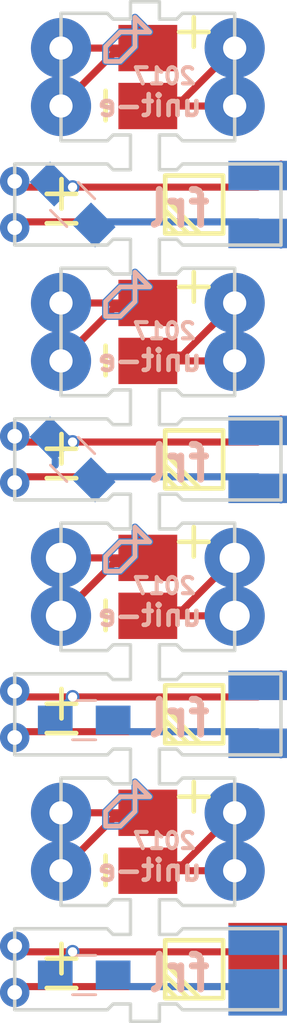
<source format=kicad_pcb>
(kicad_pcb (version 4) (host pcbnew 4.0.6-e0-6349~53~ubuntu16.04.1)

  (general
    (links 0)
    (no_connects 0)
    (area 17.177513 23.2118 50.512487 73.0032)
    (thickness 1.6)
    (drawings 266)
    (tracks 131)
    (zones 0)
    (modules 52)
    (nets 1)
  )

  (page User 140.005 119.99)
  (layers
    (0 F.Cu signal)
    (31 B.Cu signal)
    (32 B.Adhes user)
    (33 F.Adhes user)
    (34 B.Paste user)
    (35 F.Paste user)
    (36 B.SilkS user)
    (37 F.SilkS user)
    (38 B.Mask user)
    (39 F.Mask user)
    (40 Dwgs.User user)
    (41 Cmts.User user)
    (42 Eco1.User user)
    (43 Eco2.User user)
    (44 Edge.Cuts user)
    (45 Margin user)
    (46 B.CrtYd user)
    (47 F.CrtYd user)
    (48 B.Fab user)
    (49 F.Fab user)
  )

  (setup
    (last_trace_width 0.3048)
    (trace_clearance 0.2032)
    (zone_clearance 0.508)
    (zone_45_only no)
    (trace_min 0.2)
    (segment_width 0.2)
    (edge_width 0.15)
    (via_size 0.6)
    (via_drill 0.4)
    (via_min_size 0.4)
    (via_min_drill 0.3)
    (uvia_size 0.3)
    (uvia_drill 0.1)
    (uvias_allowed no)
    (uvia_min_size 0)
    (uvia_min_drill 0)
    (pcb_text_width 0.3)
    (pcb_text_size 1.5 1.5)
    (mod_edge_width 0.15)
    (mod_text_size 1 1)
    (mod_text_width 0.15)
    (pad_size 2.6 2.6)
    (pad_drill 1.3076)
    (pad_to_mask_clearance 0.2)
    (aux_axis_origin 0 0)
    (visible_elements FFFFFF7F)
    (pcbplotparams
      (layerselection 0x010f0_80000001)
      (usegerberextensions true)
      (excludeedgelayer true)
      (linewidth 0.100000)
      (plotframeref false)
      (viasonmask false)
      (mode 1)
      (useauxorigin false)
      (hpglpennumber 1)
      (hpglpenspeed 20)
      (hpglpendiameter 15)
      (hpglpenoverlay 2)
      (psnegative false)
      (psa4output false)
      (plotreference true)
      (plotvalue true)
      (plotinvisibletext false)
      (padsonsilk false)
      (subtractmaskfromsilk false)
      (outputformat 1)
      (mirror false)
      (drillshape 0)
      (scaleselection 1)
      (outputdirectory frl))
  )

  (net 0 "")

  (net_class Default "This is the default net class."
    (clearance 0.2032)
    (trace_width 0.3048)
    (via_dia 0.6)
    (via_drill 0.4)
    (uvia_dia 0.3)
    (uvia_drill 0.1)
  )

  (module Capacitors_SMD:C_0805_HandSoldering (layer B.Cu) (tedit 5966F285) (tstamp 59975C08)
    (at 34 57)
    (descr "Capacitor SMD 0805, hand soldering")
    (tags "capacitor 0805")
    (attr smd)
    (fp_text reference REF** (at 0 1.75) (layer B.SilkS) hide
      (effects (font (size 1 1) (thickness 0.15)) (justify mirror))
    )
    (fp_text value C_0805_HandSoldering (at 0 -1.75) (layer B.Fab) hide
      (effects (font (size 1 1) (thickness 0.15)) (justify mirror))
    )
    (fp_text user %R (at 0 1.75) (layer B.Fab) hide
      (effects (font (size 1 1) (thickness 0.15)) (justify mirror))
    )
    (fp_line (start -1 -0.62) (end -1 0.62) (layer B.Fab) (width 0.1))
    (fp_line (start 1 -0.62) (end -1 -0.62) (layer B.Fab) (width 0.1))
    (fp_line (start 1 0.62) (end 1 -0.62) (layer B.Fab) (width 0.1))
    (fp_line (start -1 0.62) (end 1 0.62) (layer B.Fab) (width 0.1))
    (fp_line (start 0.5 0.85) (end -0.5 0.85) (layer B.SilkS) (width 0.12))
    (fp_line (start -0.5 -0.85) (end 0.5 -0.85) (layer B.SilkS) (width 0.12))
    (fp_line (start -2.25 0.88) (end 2.25 0.88) (layer B.CrtYd) (width 0.05))
    (fp_line (start -2.25 0.88) (end -2.25 -0.87) (layer B.CrtYd) (width 0.05))
    (fp_line (start 2.25 -0.87) (end 2.25 0.88) (layer B.CrtYd) (width 0.05))
    (fp_line (start 2.25 -0.87) (end -2.25 -0.87) (layer B.CrtYd) (width 0.05))
    (pad 1 smd rect (at -1.25 0) (size 1.5 1.25) (layers B.Cu B.Paste B.Mask))
    (pad 2 smd rect (at 1.25 0) (size 1.5 1.25) (layers B.Cu B.Paste B.Mask))
    (model Capacitors_SMD.3dshapes/C_0805.wrl
      (at (xyz 0 0 0))
      (scale (xyz 1 1 1))
      (rotate (xyz 0 0 0))
    )
  )

  (module kicad:SMTPIN.1 (layer B.Cu) (tedit 5966F2C1) (tstamp 59975C04)
    (at 41.5 55.5)
    (fp_text reference P? (at 0 -2.032) (layer B.SilkS) hide
      (effects (font (size 1 1) (thickness 0.15)) (justify mirror))
    )
    (fp_text value SMTPIN.1 (at 0 1.778) (layer B.SilkS) hide
      (effects (font (size 1 1) (thickness 0.15)) (justify mirror))
    )
    (pad 1 smd rect (at 0 0) (size 2.54 1.27) (layers B.Cu B.Paste B.Mask))
  )

  (module kicad:SMTPIN.1 (layer B.Cu) (tedit 5966F2D4) (tstamp 59975C00)
    (at 41.5 58)
    (fp_text reference P? (at 0 -2.032) (layer B.SilkS) hide
      (effects (font (size 1 1) (thickness 0.15)) (justify mirror))
    )
    (fp_text value SMTPIN.1 (at 0 1.778) (layer B.SilkS) hide
      (effects (font (size 1 1) (thickness 0.15)) (justify mirror))
    )
    (pad 1 smd rect (at 0 0) (size 2.54 1.27) (layers B.Cu B.Paste B.Mask))
  )

  (module kicad:SMTPIN.1 (layer F.Cu) (tedit 5966F2CE) (tstamp 59975BFC)
    (at 41.5 58)
    (fp_text reference P? (at 0 2.032) (layer F.SilkS) hide
      (effects (font (size 1 1) (thickness 0.15)))
    )
    (fp_text value SMTPIN.1 (at 0 -1.778) (layer F.SilkS) hide
      (effects (font (size 1 1) (thickness 0.15)))
    )
    (pad 1 smd rect (at 0 0) (size 2.54 1.27) (layers F.Cu F.Paste F.Mask))
  )

  (module kicad:SMTPIN.1 (layer F.Cu) (tedit 5966F2B1) (tstamp 59975BF8)
    (at 41.5 55.5)
    (fp_text reference P? (at 0 2.032) (layer F.SilkS) hide
      (effects (font (size 1 1) (thickness 0.15)))
    )
    (fp_text value SMTPIN.1 (at 0 -1.778) (layer F.SilkS) hide
      (effects (font (size 1 1) (thickness 0.15)))
    )
    (pad 1 smd rect (at 0 0) (size 2.54 1.27) (layers F.Cu F.Paste F.Mask))
  )

  (module Wire_Pads:SolderWirePad_single_1mmDrill (layer F.Cu) (tedit 5966F898) (tstamp 59975BF4)
    (at 40.5 50)
    (fp_text reference REF** (at 0 -3.81) (layer F.SilkS) hide
      (effects (font (size 1 1) (thickness 0.15)))
    )
    (fp_text value SolderWirePad_single_1mmDrill (at -1.905 3.175) (layer F.Fab) hide
      (effects (font (size 1 1) (thickness 0.15)))
    )
    (pad 1 thru_hole circle (at 0 0) (size 2.6 2.6) (drill 1.30076) (layers *.Cu *.Mask))
  )

  (module Wire_Pads:SolderWirePad_single_1mmDrill (layer F.Cu) (tedit 5966F89B) (tstamp 59975BF0)
    (at 40.5 52.5)
    (fp_text reference REF** (at 0 -3.81) (layer F.SilkS) hide
      (effects (font (size 1 1) (thickness 0.15)))
    )
    (fp_text value SolderWirePad_single_1mmDrill (at -1.905 3.175) (layer F.Fab) hide
      (effects (font (size 1 1) (thickness 0.15)))
    )
    (pad 1 thru_hole circle (at 0 0) (size 2.6 2.6) (drill 1.30076) (layers *.Cu *.Mask))
  )

  (module Wire_Pads:SolderWirePad_single_1mmDrill (layer F.Cu) (tedit 5966F8A3) (tstamp 59975BEC)
    (at 33 52.5)
    (fp_text reference REF** (at 0 -3.81) (layer F.SilkS) hide
      (effects (font (size 1 1) (thickness 0.15)))
    )
    (fp_text value SolderWirePad_single_1mmDrill (at -1.905 3.175) (layer F.Fab) hide
      (effects (font (size 1 1) (thickness 0.15)))
    )
    (pad 1 thru_hole circle (at 0 0) (size 2.6 2.6) (drill 1.3076) (layers *.Cu *.Mask))
  )

  (module Wire_Pads:SolderWirePad_single_1mmDrill (layer F.Cu) (tedit 5966F89F) (tstamp 59975BE8)
    (at 33 50)
    (fp_text reference REF** (at 0 -3.81) (layer F.SilkS) hide
      (effects (font (size 1 1) (thickness 0.15)))
    )
    (fp_text value SolderWirePad_single_1mmDrill (at -1.905 3.175) (layer F.Fab) hide
      (effects (font (size 1 1) (thickness 0.15)))
    )
    (pad 1 thru_hole circle (at 0 0) (size 2.6 2.6) (drill 1.3076) (layers *.Cu *.Mask))
  )

  (module Wire_Pads:SolderWirePad_single_1mmDrill (layer F.Cu) (tedit 5966F26D) (tstamp 59975BE4)
    (at 31 55.75)
    (fp_text reference REF** (at 0 -3.81) (layer F.SilkS) hide
      (effects (font (size 1 1) (thickness 0.15)))
    )
    (fp_text value SolderWirePad_single_1mmDrill (at -1.905 3.175) (layer F.Fab) hide
      (effects (font (size 1 1) (thickness 0.15)))
    )
    (pad 1 thru_hole circle (at 0 0) (size 1.27 1.27) (drill 0.635) (layers *.Cu *.Mask))
  )

  (module Wire_Pads:SolderWirePad_single_1mmDrill (layer F.Cu) (tedit 5966F273) (tstamp 59975BE0)
    (at 31 57.75)
    (fp_text reference REF** (at 0 -3.81) (layer F.SilkS) hide
      (effects (font (size 1 1) (thickness 0.15)))
    )
    (fp_text value SolderWirePad_single_1mmDrill (at -1.905 3.175) (layer F.Fab) hide
      (effects (font (size 1 1) (thickness 0.15)))
    )
    (pad 1 thru_hole circle (at 0 0) (size 1.27 1.27) (drill 0.635) (layers *.Cu *.Mask))
  )

  (module kicad:SMTPIN.1 (layer F.Cu) (tedit 5966F465) (tstamp 59975BDC)
    (at 36.75 50)
    (fp_text reference P? (at 0 2.032) (layer F.SilkS) hide
      (effects (font (size 1 1) (thickness 0.15)))
    )
    (fp_text value SMTPIN.1 (at 0 -1.778) (layer F.SilkS) hide
      (effects (font (size 1 1) (thickness 0.15)))
    )
    (pad 1 smd rect (at 0 0) (size 2.54 2) (layers F.Cu F.Paste F.Mask))
  )

  (module kicad:SMTPIN.1 (layer F.Cu) (tedit 5966F468) (tstamp 59975BD8)
    (at 36.75 52.5)
    (fp_text reference P? (at 0 2.032) (layer F.SilkS) hide
      (effects (font (size 1 1) (thickness 0.15)))
    )
    (fp_text value SMTPIN.1 (at 0 -1.778) (layer F.SilkS) hide
      (effects (font (size 1 1) (thickness 0.15)))
    )
    (pad 1 smd rect (at 0 0) (size 2.54 2) (layers F.Cu F.Paste F.Mask))
  )

  (module kicad:SMTPIN.1 (layer F.Cu) (tedit 5966F468) (tstamp 59975BD4)
    (at 36.75 63.5)
    (fp_text reference P? (at 0 2.032) (layer F.SilkS) hide
      (effects (font (size 1 1) (thickness 0.15)))
    )
    (fp_text value SMTPIN.1 (at 0 -1.778) (layer F.SilkS) hide
      (effects (font (size 1 1) (thickness 0.15)))
    )
    (pad 1 smd rect (at 0 0) (size 2.54 2) (layers F.Cu F.Paste F.Mask))
  )

  (module kicad:SMTPIN.1 (layer F.Cu) (tedit 5966F465) (tstamp 59975BD0)
    (at 36.75 61)
    (fp_text reference P? (at 0 2.032) (layer F.SilkS) hide
      (effects (font (size 1 1) (thickness 0.15)))
    )
    (fp_text value SMTPIN.1 (at 0 -1.778) (layer F.SilkS) hide
      (effects (font (size 1 1) (thickness 0.15)))
    )
    (pad 1 smd rect (at 0 0) (size 2.54 2) (layers F.Cu F.Paste F.Mask))
  )

  (module Wire_Pads:SolderWirePad_single_1mmDrill (layer F.Cu) (tedit 5966F273) (tstamp 59975BCC)
    (at 31 68.75)
    (fp_text reference REF** (at 0 -3.81) (layer F.SilkS) hide
      (effects (font (size 1 1) (thickness 0.15)))
    )
    (fp_text value SolderWirePad_single_1mmDrill (at -1.905 3.175) (layer F.Fab) hide
      (effects (font (size 1 1) (thickness 0.15)))
    )
    (pad 1 thru_hole circle (at 0 0) (size 1.27 1.27) (drill 0.635) (layers *.Cu *.Mask))
  )

  (module Wire_Pads:SolderWirePad_single_1mmDrill (layer F.Cu) (tedit 5966F26D) (tstamp 59975BC8)
    (at 31 66.75)
    (fp_text reference REF** (at 0 -3.81) (layer F.SilkS) hide
      (effects (font (size 1 1) (thickness 0.15)))
    )
    (fp_text value SolderWirePad_single_1mmDrill (at -1.905 3.175) (layer F.Fab) hide
      (effects (font (size 1 1) (thickness 0.15)))
    )
    (pad 1 thru_hole circle (at 0 0) (size 1.27 1.27) (drill 0.635) (layers *.Cu *.Mask))
  )

  (module Wire_Pads:SolderWirePad_single_1mmDrill (layer F.Cu) (tedit 5966F5BA) (tstamp 59975BC4)
    (at 33 61)
    (fp_text reference REF** (at 0 -3.81) (layer F.SilkS) hide
      (effects (font (size 1 1) (thickness 0.15)))
    )
    (fp_text value SolderWirePad_single_1mmDrill (at -1.905 3.175) (layer F.Fab) hide
      (effects (font (size 1 1) (thickness 0.15)))
    )
    (pad 1 thru_hole circle (at 0 0) (size 2.6 2.6) (drill 1.00076) (layers *.Cu *.Mask))
  )

  (module Wire_Pads:SolderWirePad_single_1mmDrill (layer F.Cu) (tedit 5966F5B5) (tstamp 59975BC0)
    (at 33 63.5)
    (fp_text reference REF** (at 0 -3.81) (layer F.SilkS) hide
      (effects (font (size 1 1) (thickness 0.15)))
    )
    (fp_text value SolderWirePad_single_1mmDrill (at -1.905 3.175) (layer F.Fab) hide
      (effects (font (size 1 1) (thickness 0.15)))
    )
    (pad 1 thru_hole circle (at 0 0) (size 2.6 2.6) (drill 1.00076) (layers *.Cu *.Mask))
  )

  (module Wire_Pads:SolderWirePad_single_1mmDrill (layer F.Cu) (tedit 5966F5B1) (tstamp 59975BBC)
    (at 40.5 63.5)
    (fp_text reference REF** (at 0 -3.81) (layer F.SilkS) hide
      (effects (font (size 1 1) (thickness 0.15)))
    )
    (fp_text value SolderWirePad_single_1mmDrill (at -1.905 3.175) (layer F.Fab) hide
      (effects (font (size 1 1) (thickness 0.15)))
    )
    (pad 1 thru_hole circle (at 0 0) (size 2.6 2.6) (drill 1.00076) (layers *.Cu *.Mask))
  )

  (module Wire_Pads:SolderWirePad_single_1mmDrill (layer F.Cu) (tedit 5966F5AE) (tstamp 59975BB8)
    (at 40.5 61)
    (fp_text reference REF** (at 0 -3.81) (layer F.SilkS) hide
      (effects (font (size 1 1) (thickness 0.15)))
    )
    (fp_text value SolderWirePad_single_1mmDrill (at -1.905 3.175) (layer F.Fab) hide
      (effects (font (size 1 1) (thickness 0.15)))
    )
    (pad 1 thru_hole circle (at 0 0) (size 2.6 2.6) (drill 1.00076) (layers *.Cu *.Mask))
  )

  (module kicad:SMTPIN.1 (layer F.Cu) (tedit 5966F7DC) (tstamp 59975BB4)
    (at 41.5 66.75)
    (fp_text reference P? (at 0 2.032) (layer F.SilkS) hide
      (effects (font (size 1 1) (thickness 0.15)))
    )
    (fp_text value SMTPIN.1 (at 0 -1.778) (layer F.SilkS) hide
      (effects (font (size 1 1) (thickness 0.15)))
    )
    (pad 1 smd rect (at 0 0) (size 2.54 2) (layers F.Cu F.Paste F.Mask))
  )

  (module kicad:SMTPIN.1 (layer F.Cu) (tedit 5966F2CE) (tstamp 59975BB0)
    (at 41.5 69)
    (fp_text reference P? (at 0 2.032) (layer F.SilkS) hide
      (effects (font (size 1 1) (thickness 0.15)))
    )
    (fp_text value SMTPIN.1 (at 0 -1.778) (layer F.SilkS) hide
      (effects (font (size 1 1) (thickness 0.15)))
    )
    (pad 1 smd rect (at 0 0) (size 2.54 1.27) (layers F.Cu F.Paste F.Mask))
  )

  (module kicad:SMTPIN.1 (layer B.Cu) (tedit 5966F7F3) (tstamp 59975BAC)
    (at 41.5 68.75)
    (fp_text reference P? (at 0 -2.032) (layer B.SilkS) hide
      (effects (font (size 1 1) (thickness 0.15)) (justify mirror))
    )
    (fp_text value SMTPIN.1 (at 0 1.778) (layer B.SilkS) hide
      (effects (font (size 1 1) (thickness 0.15)) (justify mirror))
    )
    (pad 1 smd rect (at 0 0) (size 2.54 2) (layers B.Cu B.Paste B.Mask))
  )

  (module kicad:SMTPIN.1 (layer B.Cu) (tedit 5966F2C1) (tstamp 59975BA8)
    (at 41.5 66.5)
    (fp_text reference P? (at 0 -2.032) (layer B.SilkS) hide
      (effects (font (size 1 1) (thickness 0.15)) (justify mirror))
    )
    (fp_text value SMTPIN.1 (at 0 1.778) (layer B.SilkS) hide
      (effects (font (size 1 1) (thickness 0.15)) (justify mirror))
    )
    (pad 1 smd rect (at 0 0) (size 2.54 1.27) (layers B.Cu B.Paste B.Mask))
  )

  (module Capacitors_SMD:C_0805_HandSoldering (layer B.Cu) (tedit 5966F285) (tstamp 59975B98)
    (at 34 68)
    (descr "Capacitor SMD 0805, hand soldering")
    (tags "capacitor 0805")
    (attr smd)
    (fp_text reference REF** (at 0 1.75) (layer B.SilkS) hide
      (effects (font (size 1 1) (thickness 0.15)) (justify mirror))
    )
    (fp_text value C_0805_HandSoldering (at 0 -1.75) (layer B.Fab) hide
      (effects (font (size 1 1) (thickness 0.15)) (justify mirror))
    )
    (fp_text user %R (at 0 1.75) (layer B.Fab) hide
      (effects (font (size 1 1) (thickness 0.15)) (justify mirror))
    )
    (fp_line (start -1 -0.62) (end -1 0.62) (layer B.Fab) (width 0.1))
    (fp_line (start 1 -0.62) (end -1 -0.62) (layer B.Fab) (width 0.1))
    (fp_line (start 1 0.62) (end 1 -0.62) (layer B.Fab) (width 0.1))
    (fp_line (start -1 0.62) (end 1 0.62) (layer B.Fab) (width 0.1))
    (fp_line (start 0.5 0.85) (end -0.5 0.85) (layer B.SilkS) (width 0.12))
    (fp_line (start -0.5 -0.85) (end 0.5 -0.85) (layer B.SilkS) (width 0.12))
    (fp_line (start -2.25 0.88) (end 2.25 0.88) (layer B.CrtYd) (width 0.05))
    (fp_line (start -2.25 0.88) (end -2.25 -0.87) (layer B.CrtYd) (width 0.05))
    (fp_line (start 2.25 -0.87) (end 2.25 0.88) (layer B.CrtYd) (width 0.05))
    (fp_line (start 2.25 -0.87) (end -2.25 -0.87) (layer B.CrtYd) (width 0.05))
    (pad 1 smd rect (at -1.25 0) (size 1.5 1.25) (layers B.Cu B.Paste B.Mask))
    (pad 2 smd rect (at 1.25 0) (size 1.5 1.25) (layers B.Cu B.Paste B.Mask))
    (model Capacitors_SMD.3dshapes/C_0805.wrl
      (at (xyz 0 0 0))
      (scale (xyz 1 1 1))
      (rotate (xyz 0 0 0))
    )
  )

  (module Capacitors_SMD:C_0805_HandSoldering (layer B.Cu) (tedit 5966F285) (tstamp 59975B26)
    (at 33.5 45.75 315)
    (descr "Capacitor SMD 0805, hand soldering")
    (tags "capacitor 0805")
    (attr smd)
    (fp_text reference REF** (at 0 1.75 315) (layer B.SilkS) hide
      (effects (font (size 1 1) (thickness 0.15)) (justify mirror))
    )
    (fp_text value C_0805_HandSoldering (at 0 -1.75 315) (layer B.Fab) hide
      (effects (font (size 1 1) (thickness 0.15)) (justify mirror))
    )
    (fp_text user %R (at 0 1.75 315) (layer B.Fab) hide
      (effects (font (size 1 1) (thickness 0.15)) (justify mirror))
    )
    (fp_line (start -1 -0.62) (end -1 0.62) (layer B.Fab) (width 0.1))
    (fp_line (start 1 -0.62) (end -1 -0.62) (layer B.Fab) (width 0.1))
    (fp_line (start 1 0.62) (end 1 -0.62) (layer B.Fab) (width 0.1))
    (fp_line (start -1 0.62) (end 1 0.62) (layer B.Fab) (width 0.1))
    (fp_line (start 0.5 0.85) (end -0.5 0.85) (layer B.SilkS) (width 0.12))
    (fp_line (start -0.5 -0.85) (end 0.5 -0.85) (layer B.SilkS) (width 0.12))
    (fp_line (start -2.25 0.88) (end 2.25 0.88) (layer B.CrtYd) (width 0.05))
    (fp_line (start -2.25 0.88) (end -2.25 -0.87) (layer B.CrtYd) (width 0.05))
    (fp_line (start 2.25 -0.87) (end 2.25 0.88) (layer B.CrtYd) (width 0.05))
    (fp_line (start 2.25 -0.87) (end -2.25 -0.87) (layer B.CrtYd) (width 0.05))
    (pad 1 smd rect (at -1.25 0 315) (size 1.5 1.25) (layers B.Cu B.Paste B.Mask))
    (pad 2 smd rect (at 1.25 0 315) (size 1.5 1.25) (layers B.Cu B.Paste B.Mask))
    (model Capacitors_SMD.3dshapes/C_0805.wrl
      (at (xyz 0 0 0))
      (scale (xyz 1 1 1))
      (rotate (xyz 0 0 0))
    )
  )

  (module kicad:SMTPIN.1 (layer B.Cu) (tedit 5966F2C1) (tstamp 59975B22)
    (at 41.5 44.5)
    (fp_text reference P? (at 0 -2.032) (layer B.SilkS) hide
      (effects (font (size 1 1) (thickness 0.15)) (justify mirror))
    )
    (fp_text value SMTPIN.1 (at 0 1.778) (layer B.SilkS) hide
      (effects (font (size 1 1) (thickness 0.15)) (justify mirror))
    )
    (pad 1 smd rect (at 0 0) (size 2.54 1.27) (layers B.Cu B.Paste B.Mask))
  )

  (module kicad:SMTPIN.1 (layer B.Cu) (tedit 5966F2D4) (tstamp 59975B1E)
    (at 41.5 47)
    (fp_text reference P? (at 0 -2.032) (layer B.SilkS) hide
      (effects (font (size 1 1) (thickness 0.15)) (justify mirror))
    )
    (fp_text value SMTPIN.1 (at 0 1.778) (layer B.SilkS) hide
      (effects (font (size 1 1) (thickness 0.15)) (justify mirror))
    )
    (pad 1 smd rect (at 0 0) (size 2.54 1.27) (layers B.Cu B.Paste B.Mask))
  )

  (module kicad:SMTPIN.1 (layer F.Cu) (tedit 5966F2CE) (tstamp 59975B1A)
    (at 41.5 47)
    (fp_text reference P? (at 0 2.032) (layer F.SilkS) hide
      (effects (font (size 1 1) (thickness 0.15)))
    )
    (fp_text value SMTPIN.1 (at 0 -1.778) (layer F.SilkS) hide
      (effects (font (size 1 1) (thickness 0.15)))
    )
    (pad 1 smd rect (at 0 0) (size 2.54 1.27) (layers F.Cu F.Paste F.Mask))
  )

  (module kicad:SMTPIN.1 (layer F.Cu) (tedit 5966F2B1) (tstamp 59975B16)
    (at 41.5 44.5)
    (fp_text reference P? (at 0 2.032) (layer F.SilkS) hide
      (effects (font (size 1 1) (thickness 0.15)))
    )
    (fp_text value SMTPIN.1 (at 0 -1.778) (layer F.SilkS) hide
      (effects (font (size 1 1) (thickness 0.15)))
    )
    (pad 1 smd rect (at 0 0) (size 2.54 1.27) (layers F.Cu F.Paste F.Mask))
  )

  (module Wire_Pads:SolderWirePad_single_1mmDrill (layer F.Cu) (tedit 5966F5AE) (tstamp 59975B12)
    (at 40.5 39)
    (fp_text reference REF** (at 0 -3.81) (layer F.SilkS) hide
      (effects (font (size 1 1) (thickness 0.15)))
    )
    (fp_text value SolderWirePad_single_1mmDrill (at -1.905 3.175) (layer F.Fab) hide
      (effects (font (size 1 1) (thickness 0.15)))
    )
    (pad 1 thru_hole circle (at 0 0) (size 2.6 2.6) (drill 1.00076) (layers *.Cu *.Mask))
  )

  (module Wire_Pads:SolderWirePad_single_1mmDrill (layer F.Cu) (tedit 5966F5B1) (tstamp 59975B0E)
    (at 40.5 41.5)
    (fp_text reference REF** (at 0 -3.81) (layer F.SilkS) hide
      (effects (font (size 1 1) (thickness 0.15)))
    )
    (fp_text value SolderWirePad_single_1mmDrill (at -1.905 3.175) (layer F.Fab) hide
      (effects (font (size 1 1) (thickness 0.15)))
    )
    (pad 1 thru_hole circle (at 0 0) (size 2.6 2.6) (drill 1.00076) (layers *.Cu *.Mask))
  )

  (module Wire_Pads:SolderWirePad_single_1mmDrill (layer F.Cu) (tedit 5966F5B5) (tstamp 59975B0A)
    (at 33 41.5)
    (fp_text reference REF** (at 0 -3.81) (layer F.SilkS) hide
      (effects (font (size 1 1) (thickness 0.15)))
    )
    (fp_text value SolderWirePad_single_1mmDrill (at -1.905 3.175) (layer F.Fab) hide
      (effects (font (size 1 1) (thickness 0.15)))
    )
    (pad 1 thru_hole circle (at 0 0) (size 2.6 2.6) (drill 1.00076) (layers *.Cu *.Mask))
  )

  (module Wire_Pads:SolderWirePad_single_1mmDrill (layer F.Cu) (tedit 5966F5BA) (tstamp 59975B06)
    (at 33 39)
    (fp_text reference REF** (at 0 -3.81) (layer F.SilkS) hide
      (effects (font (size 1 1) (thickness 0.15)))
    )
    (fp_text value SolderWirePad_single_1mmDrill (at -1.905 3.175) (layer F.Fab) hide
      (effects (font (size 1 1) (thickness 0.15)))
    )
    (pad 1 thru_hole circle (at 0 0) (size 2.6 2.6) (drill 1.00076) (layers *.Cu *.Mask))
  )

  (module Wire_Pads:SolderWirePad_single_1mmDrill (layer F.Cu) (tedit 5966F26D) (tstamp 59975B02)
    (at 31 44.75)
    (fp_text reference REF** (at 0 -3.81) (layer F.SilkS) hide
      (effects (font (size 1 1) (thickness 0.15)))
    )
    (fp_text value SolderWirePad_single_1mmDrill (at -1.905 3.175) (layer F.Fab) hide
      (effects (font (size 1 1) (thickness 0.15)))
    )
    (pad 1 thru_hole circle (at 0 0) (size 1.27 1.27) (drill 0.635) (layers *.Cu *.Mask))
  )

  (module Wire_Pads:SolderWirePad_single_1mmDrill (layer F.Cu) (tedit 5966F273) (tstamp 59975AFE)
    (at 31 46.75)
    (fp_text reference REF** (at 0 -3.81) (layer F.SilkS) hide
      (effects (font (size 1 1) (thickness 0.15)))
    )
    (fp_text value SolderWirePad_single_1mmDrill (at -1.905 3.175) (layer F.Fab) hide
      (effects (font (size 1 1) (thickness 0.15)))
    )
    (pad 1 thru_hole circle (at 0 0) (size 1.27 1.27) (drill 0.635) (layers *.Cu *.Mask))
  )

  (module kicad:SMTPIN.1 (layer F.Cu) (tedit 5966F465) (tstamp 59975AFA)
    (at 36.75 39)
    (fp_text reference P? (at 0 2.032) (layer F.SilkS) hide
      (effects (font (size 1 1) (thickness 0.15)))
    )
    (fp_text value SMTPIN.1 (at 0 -1.778) (layer F.SilkS) hide
      (effects (font (size 1 1) (thickness 0.15)))
    )
    (pad 1 smd rect (at 0 0) (size 2.54 2) (layers F.Cu F.Paste F.Mask))
  )

  (module kicad:SMTPIN.1 (layer F.Cu) (tedit 5966F468) (tstamp 59975AF6)
    (at 36.75 41.5)
    (fp_text reference P? (at 0 2.032) (layer F.SilkS) hide
      (effects (font (size 1 1) (thickness 0.15)))
    )
    (fp_text value SMTPIN.1 (at 0 -1.778) (layer F.SilkS) hide
      (effects (font (size 1 1) (thickness 0.15)))
    )
    (pad 1 smd rect (at 0 0) (size 2.54 2) (layers F.Cu F.Paste F.Mask))
  )

  (module kicad:SMTPIN.1 (layer F.Cu) (tedit 5966F468) (tstamp 59975A1E)
    (at 36.75 30.5)
    (fp_text reference P? (at 0 2.032) (layer F.SilkS) hide
      (effects (font (size 1 1) (thickness 0.15)))
    )
    (fp_text value SMTPIN.1 (at 0 -1.778) (layer F.SilkS) hide
      (effects (font (size 1 1) (thickness 0.15)))
    )
    (pad 1 smd rect (at 0 0) (size 2.54 2) (layers F.Cu F.Paste F.Mask))
  )

  (module kicad:SMTPIN.1 (layer F.Cu) (tedit 5966F465) (tstamp 59975A1A)
    (at 36.75 28)
    (fp_text reference P? (at 0 2.032) (layer F.SilkS) hide
      (effects (font (size 1 1) (thickness 0.15)))
    )
    (fp_text value SMTPIN.1 (at 0 -1.778) (layer F.SilkS) hide
      (effects (font (size 1 1) (thickness 0.15)))
    )
    (pad 1 smd rect (at 0 0) (size 2.54 2) (layers F.Cu F.Paste F.Mask))
  )

  (module Wire_Pads:SolderWirePad_single_1mmDrill (layer F.Cu) (tedit 5966F273) (tstamp 5997598F)
    (at 31 35.75)
    (fp_text reference REF** (at 0 -3.81) (layer F.SilkS) hide
      (effects (font (size 1 1) (thickness 0.15)))
    )
    (fp_text value SolderWirePad_single_1mmDrill (at -1.905 3.175) (layer F.Fab) hide
      (effects (font (size 1 1) (thickness 0.15)))
    )
    (pad 1 thru_hole circle (at 0 0) (size 1.27 1.27) (drill 0.635) (layers *.Cu *.Mask))
  )

  (module Wire_Pads:SolderWirePad_single_1mmDrill (layer F.Cu) (tedit 5966F26D) (tstamp 5997598B)
    (at 31 33.75)
    (fp_text reference REF** (at 0 -3.81) (layer F.SilkS) hide
      (effects (font (size 1 1) (thickness 0.15)))
    )
    (fp_text value SolderWirePad_single_1mmDrill (at -1.905 3.175) (layer F.Fab) hide
      (effects (font (size 1 1) (thickness 0.15)))
    )
    (pad 1 thru_hole circle (at 0 0) (size 1.27 1.27) (drill 0.635) (layers *.Cu *.Mask))
  )

  (module Wire_Pads:SolderWirePad_single_1mmDrill (layer F.Cu) (tedit 5966F5BA) (tstamp 59775801)
    (at 33 28)
    (fp_text reference REF** (at 0 -3.81) (layer F.SilkS) hide
      (effects (font (size 1 1) (thickness 0.15)))
    )
    (fp_text value SolderWirePad_single_1mmDrill (at -1.905 3.175) (layer F.Fab) hide
      (effects (font (size 1 1) (thickness 0.15)))
    )
    (pad 1 thru_hole circle (at 0 0) (size 2.6 2.6) (drill 1.00076) (layers *.Cu *.Mask))
  )

  (module Wire_Pads:SolderWirePad_single_1mmDrill (layer F.Cu) (tedit 5966F5B5) (tstamp 5977580A)
    (at 33 30.5)
    (fp_text reference REF** (at 0 -3.81) (layer F.SilkS) hide
      (effects (font (size 1 1) (thickness 0.15)))
    )
    (fp_text value SolderWirePad_single_1mmDrill (at -1.905 3.175) (layer F.Fab) hide
      (effects (font (size 1 1) (thickness 0.15)))
    )
    (pad 1 thru_hole circle (at 0 0) (size 2.6 2.6) (drill 1.00076) (layers *.Cu *.Mask))
  )

  (module Wire_Pads:SolderWirePad_single_1mmDrill (layer F.Cu) (tedit 5966F5B1) (tstamp 59775813)
    (at 40.5 30.5)
    (fp_text reference REF** (at 0 -3.81) (layer F.SilkS) hide
      (effects (font (size 1 1) (thickness 0.15)))
    )
    (fp_text value SolderWirePad_single_1mmDrill (at -1.905 3.175) (layer F.Fab) hide
      (effects (font (size 1 1) (thickness 0.15)))
    )
    (pad 1 thru_hole circle (at 0 0) (size 2.6 2.6) (drill 1.00076) (layers *.Cu *.Mask))
  )

  (module Wire_Pads:SolderWirePad_single_1mmDrill (layer F.Cu) (tedit 5966F5AE) (tstamp 5977581C)
    (at 40.5 28)
    (fp_text reference REF** (at 0 -3.81) (layer F.SilkS) hide
      (effects (font (size 1 1) (thickness 0.15)))
    )
    (fp_text value SolderWirePad_single_1mmDrill (at -1.905 3.175) (layer F.Fab) hide
      (effects (font (size 1 1) (thickness 0.15)))
    )
    (pad 1 thru_hole circle (at 0 0) (size 2.6 2.6) (drill 1.00076) (layers *.Cu *.Mask))
  )

  (module kicad:SMTPIN.1 (layer F.Cu) (tedit 5966F2B1) (tstamp 598F4590)
    (at 41.5 33.5)
    (fp_text reference P? (at 0 2.032) (layer F.SilkS) hide
      (effects (font (size 1 1) (thickness 0.15)))
    )
    (fp_text value SMTPIN.1 (at 0 -1.778) (layer F.SilkS) hide
      (effects (font (size 1 1) (thickness 0.15)))
    )
    (pad 1 smd rect (at 0 0) (size 2.54 1.27) (layers F.Cu F.Paste F.Mask))
  )

  (module kicad:SMTPIN.1 (layer F.Cu) (tedit 5966F2CE) (tstamp 598F4599)
    (at 41.5 36)
    (fp_text reference P? (at 0 2.032) (layer F.SilkS) hide
      (effects (font (size 1 1) (thickness 0.15)))
    )
    (fp_text value SMTPIN.1 (at 0 -1.778) (layer F.SilkS) hide
      (effects (font (size 1 1) (thickness 0.15)))
    )
    (pad 1 smd rect (at 0 0) (size 2.54 1.27) (layers F.Cu F.Paste F.Mask))
  )

  (module kicad:SMTPIN.1 (layer B.Cu) (tedit 5966F2D4) (tstamp 598F45B2)
    (at 41.5 36)
    (fp_text reference P? (at 0 -2.032) (layer B.SilkS) hide
      (effects (font (size 1 1) (thickness 0.15)) (justify mirror))
    )
    (fp_text value SMTPIN.1 (at 0 1.778) (layer B.SilkS) hide
      (effects (font (size 1 1) (thickness 0.15)) (justify mirror))
    )
    (pad 1 smd rect (at 0 0) (size 2.54 1.27) (layers B.Cu B.Paste B.Mask))
  )

  (module kicad:SMTPIN.1 (layer B.Cu) (tedit 5966F2C1) (tstamp 598F45BB)
    (at 41.5 33.5)
    (fp_text reference P? (at 0 -2.032) (layer B.SilkS) hide
      (effects (font (size 1 1) (thickness 0.15)) (justify mirror))
    )
    (fp_text value SMTPIN.1 (at 0 1.778) (layer B.SilkS) hide
      (effects (font (size 1 1) (thickness 0.15)) (justify mirror))
    )
    (pad 1 smd rect (at 0 0) (size 2.54 1.27) (layers B.Cu B.Paste B.Mask))
  )

  (module Capacitors_SMD:C_0805_HandSoldering (layer B.Cu) (tedit 5966F285) (tstamp 5997592E)
    (at 33.5 34.75 315)
    (descr "Capacitor SMD 0805, hand soldering")
    (tags "capacitor 0805")
    (attr smd)
    (fp_text reference REF** (at 0 1.75 315) (layer B.SilkS) hide
      (effects (font (size 1 1) (thickness 0.15)) (justify mirror))
    )
    (fp_text value C_0805_HandSoldering (at 0 -1.75 315) (layer B.Fab) hide
      (effects (font (size 1 1) (thickness 0.15)) (justify mirror))
    )
    (fp_text user %R (at 0 1.75 315) (layer B.Fab) hide
      (effects (font (size 1 1) (thickness 0.15)) (justify mirror))
    )
    (fp_line (start -1 -0.62) (end -1 0.62) (layer B.Fab) (width 0.1))
    (fp_line (start 1 -0.62) (end -1 -0.62) (layer B.Fab) (width 0.1))
    (fp_line (start 1 0.62) (end 1 -0.62) (layer B.Fab) (width 0.1))
    (fp_line (start -1 0.62) (end 1 0.62) (layer B.Fab) (width 0.1))
    (fp_line (start 0.5 0.85) (end -0.5 0.85) (layer B.SilkS) (width 0.12))
    (fp_line (start -0.5 -0.85) (end 0.5 -0.85) (layer B.SilkS) (width 0.12))
    (fp_line (start -2.25 0.88) (end 2.25 0.88) (layer B.CrtYd) (width 0.05))
    (fp_line (start -2.25 0.88) (end -2.25 -0.87) (layer B.CrtYd) (width 0.05))
    (fp_line (start 2.25 -0.87) (end 2.25 0.88) (layer B.CrtYd) (width 0.05))
    (fp_line (start 2.25 -0.87) (end -2.25 -0.87) (layer B.CrtYd) (width 0.05))
    (pad 1 smd rect (at -1.25 0 315) (size 1.5 1.25) (layers B.Cu B.Paste B.Mask))
    (pad 2 smd rect (at 1.25 0 315) (size 1.5 1.25) (layers B.Cu B.Paste B.Mask))
    (model Capacitors_SMD.3dshapes/C_0805.wrl
      (at (xyz 0 0 0))
      (scale (xyz 1 1 1))
      (rotate (xyz 0 0 0))
    )
  )

  (gr_line (start 36 26) (end 37.25 26) (angle 90) (layer Edge.Cuts) (width 0.15))
  (gr_line (start 37.25 70) (end 36 70) (angle 90) (layer Edge.Cuts) (width 0.15))
  (gr_line (start 33 54) (end 40.5 54) (angle 90) (layer F.Fab) (width 0.2) (tstamp 59975CDB))
  (gr_line (start 40.5 54) (end 40.5 48.5) (angle 90) (layer F.Fab) (width 0.2) (tstamp 59975CDA))
  (gr_line (start 40.5 48.5) (end 33 48.5) (angle 90) (layer F.Fab) (width 0.2) (tstamp 59975CD9))
  (gr_line (start 33 48.5) (end 33 54) (angle 90) (layer F.Fab) (width 0.2) (tstamp 59975CD8))
  (gr_line (start 42.5 55) (end 42.5 58.5) (angle 90) (layer F.Fab) (width 0.2) (tstamp 59975CD7))
  (gr_line (start 42.5 58.5) (end 31 58.5) (angle 90) (layer F.Fab) (width 0.2) (tstamp 59975CD6))
  (gr_line (start 31 58.5) (end 31 55) (angle 90) (layer F.Fab) (width 0.2) (tstamp 59975CD5))
  (gr_line (start 31 55) (end 42.5 55) (angle 90) (layer F.Fab) (width 0.2) (tstamp 59975CD4))
  (gr_line (start 37.5 58) (end 40 58) (angle 90) (layer F.SilkS) (width 0.2) (tstamp 59975CD3))
  (gr_line (start 40 58) (end 40 55.5) (angle 90) (layer F.SilkS) (width 0.2) (tstamp 59975CD2))
  (gr_line (start 40 55.5) (end 37.5 55.5) (angle 90) (layer F.SilkS) (width 0.2) (tstamp 59975CD1))
  (gr_line (start 37.5 55.5) (end 37.5 58) (angle 90) (layer F.SilkS) (width 0.2) (tstamp 59975CD0))
  (gr_line (start 38.5 58) (end 37.5 57) (angle 90) (layer F.SilkS) (width 0.2) (tstamp 59975CCF))
  (gr_line (start 37.5 56.5) (end 39 58) (angle 90) (layer F.SilkS) (width 0.2) (tstamp 59975CCE))
  (gr_line (start 39 58) (end 39.5 58) (angle 90) (layer F.SilkS) (width 0.2) (tstamp 59975CCD))
  (gr_line (start 38 58) (end 37.5 57.5) (angle 90) (layer F.SilkS) (width 0.2) (tstamp 59975CCC))
  (gr_line (start 40.5 48.5) (end 40.5 54) (angle 90) (layer Edge.Cuts) (width 0.15) (tstamp 59975CCB))
  (gr_line (start 40.5 54) (end 38.25 54) (angle 90) (layer Edge.Cuts) (width 0.15) (tstamp 59975CCA))
  (gr_line (start 38.25 54) (end 38 53.75) (angle 90) (layer Edge.Cuts) (width 0.15) (tstamp 59975CC9))
  (gr_line (start 38 53.75) (end 37.25 53.75) (angle 90) (layer Edge.Cuts) (width 0.15) (tstamp 59975CC8))
  (gr_line (start 37.25 53.75) (end 37.25 55.25) (angle 90) (layer Edge.Cuts) (width 0.15) (tstamp 59975CC7))
  (gr_line (start 37.25 55.25) (end 38 55.25) (angle 90) (layer Edge.Cuts) (width 0.15) (tstamp 59975CC6))
  (gr_line (start 38 55.25) (end 38.25 55) (angle 90) (layer Edge.Cuts) (width 0.15) (tstamp 59975CC5))
  (gr_line (start 38.25 55) (end 42.5 55) (angle 90) (layer Edge.Cuts) (width 0.15) (tstamp 59975CC4))
  (gr_line (start 42.5 55) (end 42.5 58.5) (angle 90) (layer Edge.Cuts) (width 0.15) (tstamp 59975CC3))
  (gr_line (start 42.5 58.5) (end 38.25 58.5) (angle 90) (layer Edge.Cuts) (width 0.15) (tstamp 59975CC2))
  (gr_line (start 38.25 58.5) (end 38 58.25) (angle 90) (layer Edge.Cuts) (width 0.15) (tstamp 59975CC1))
  (gr_line (start 38 58.25) (end 37.25 58.25) (angle 90) (layer Edge.Cuts) (width 0.15) (tstamp 59975CC0))
  (gr_line (start 36 58.25) (end 35.25 58.25) (angle 90) (layer Edge.Cuts) (width 0.15) (tstamp 59975CBF))
  (gr_line (start 35.25 58.25) (end 35 58.5) (angle 90) (layer Edge.Cuts) (width 0.15) (tstamp 59975CBE))
  (gr_line (start 35 58.5) (end 31 58.5) (angle 90) (layer Edge.Cuts) (width 0.15) (tstamp 59975CBD))
  (gr_line (start 31 58.5) (end 31 55) (angle 90) (layer Edge.Cuts) (width 0.15) (tstamp 59975CBC))
  (gr_line (start 31 55) (end 35 55) (angle 90) (layer Edge.Cuts) (width 0.15) (tstamp 59975CBB))
  (gr_line (start 35 55) (end 35.25 55.25) (angle 90) (layer Edge.Cuts) (width 0.15) (tstamp 59975CBA))
  (gr_line (start 35.25 55.25) (end 36 55.25) (angle 90) (layer Edge.Cuts) (width 0.15) (tstamp 59975CB9))
  (gr_line (start 36 55.25) (end 36 53.75) (angle 90) (layer Edge.Cuts) (width 0.15) (tstamp 59975CB8))
  (gr_line (start 36 53.75) (end 35.25 53.75) (angle 90) (layer Edge.Cuts) (width 0.15) (tstamp 59975CB7))
  (gr_line (start 35.25 53.75) (end 35 54) (angle 90) (layer Edge.Cuts) (width 0.15) (tstamp 59975CB6))
  (gr_line (start 35 54) (end 33 54) (angle 90) (layer Edge.Cuts) (width 0.15) (tstamp 59975CB5))
  (gr_line (start 33 54) (end 33 48.5) (angle 90) (layer Edge.Cuts) (width 0.15) (tstamp 59975CB4))
  (gr_line (start 33 48.5) (end 35 48.5) (angle 90) (layer Edge.Cuts) (width 0.15) (tstamp 59975CB3))
  (gr_line (start 35 48.5) (end 35.25 48.75) (angle 90) (layer Edge.Cuts) (width 0.15) (tstamp 59975CB2))
  (gr_line (start 35.25 48.75) (end 36 48.75) (angle 90) (layer Edge.Cuts) (width 0.15) (tstamp 59975CB1))
  (gr_line (start 36 48.75) (end 36 48) (angle 90) (layer Edge.Cuts) (width 0.15) (tstamp 59975CB0))
  (gr_line (start 37.25 48) (end 37.25 48.75) (angle 90) (layer Edge.Cuts) (width 0.15) (tstamp 59975CAF))
  (gr_line (start 37.25 48.75) (end 38 48.75) (angle 90) (layer Edge.Cuts) (width 0.15) (tstamp 59975CAE))
  (gr_line (start 38 48.75) (end 38.25 48.5) (angle 90) (layer Edge.Cuts) (width 0.15) (tstamp 59975CAD))
  (gr_line (start 38.25 48.5) (end 40.5 48.5) (angle 90) (layer Edge.Cuts) (width 0.15) (tstamp 59975CAC))
  (gr_line (start 37.25 58.25) (end 37.25 59) (angle 90) (layer Edge.Cuts) (width 0.15) (tstamp 59975CAB))
  (gr_line (start 36 58.25) (end 36 59) (angle 90) (layer Edge.Cuts) (width 0.15) (tstamp 59975CAA))
  (gr_line (start 36.83 49.305) (end 36.195 48.67) (angle 90) (layer B.SilkS) (width 0.2) (tstamp 59975CA9))
  (gr_line (start 36.195 48.67) (end 36.195 49.94) (angle 90) (layer B.SilkS) (width 0.2) (tstamp 59975CA8))
  (gr_line (start 36.195 49.94) (end 35.56 50.575) (angle 90) (layer B.SilkS) (width 0.2) (tstamp 59975CA7))
  (gr_line (start 35.56 50.575) (end 34.925 50.575) (angle 90) (layer B.SilkS) (width 0.2) (tstamp 59975CA6))
  (gr_line (start 34.925 50.575) (end 34.925 49.94) (angle 90) (layer B.SilkS) (width 0.2) (tstamp 59975CA5))
  (gr_line (start 34.925 49.94) (end 35.56 49.305) (angle 90) (layer B.SilkS) (width 0.2) (tstamp 59975CA4))
  (gr_line (start 35.56 49.305) (end 36.83 49.305) (angle 90) (layer B.SilkS) (width 0.2) (tstamp 59975CA3))
  (gr_text 2017 (at 37.465 51.21) (layer B.SilkS) (tstamp 59975CA2)
    (effects (font (size 0.7 0.7) (thickness 0.175)) (justify mirror))
  )
  (gr_text unit-e (at 36.83 52.48) (layer B.SilkS) (tstamp 59975CA1)
    (effects (font (size 0.9 0.9) (thickness 0.2)) (justify mirror))
  )
  (gr_text frl (at 38.1 56.925) (layer B.SilkS) (tstamp 59975CA0)
    (effects (font (size 1.5 1.5) (thickness 0.3)) (justify mirror))
  )
  (gr_line (start 38.735 48.67) (end 38.735 49.94) (angle 90) (layer F.SilkS) (width 0.2) (tstamp 59975C9F))
  (gr_line (start 38.1 49.305) (end 39.37 49.305) (angle 90) (layer F.SilkS) (width 0.2) (tstamp 59975C9E))
  (gr_line (start 34.925 51.845) (end 34.925 53.115) (angle 90) (layer F.SilkS) (width 0.2) (tstamp 59975C9D))
  (gr_line (start 32.385 57.56) (end 33.655 57.56) (angle 90) (layer F.SilkS) (width 0.2) (tstamp 59975C9C))
  (gr_line (start 32.385 56.29) (end 33.655 56.29) (angle 90) (layer F.SilkS) (width 0.2) (tstamp 59975C9B))
  (gr_line (start 33.02 56.925) (end 33.02 55.655) (angle 90) (layer F.SilkS) (width 0.2) (tstamp 59975C9A))
  (gr_line (start 33.02 67.925) (end 33.02 66.655) (angle 90) (layer F.SilkS) (width 0.2) (tstamp 59975C99))
  (gr_line (start 32.385 67.29) (end 33.655 67.29) (angle 90) (layer F.SilkS) (width 0.2) (tstamp 59975C98))
  (gr_line (start 32.385 68.56) (end 33.655 68.56) (angle 90) (layer F.SilkS) (width 0.2) (tstamp 59975C97))
  (gr_line (start 34.925 62.845) (end 34.925 64.115) (angle 90) (layer F.SilkS) (width 0.2) (tstamp 59975C96))
  (gr_line (start 38.1 60.305) (end 39.37 60.305) (angle 90) (layer F.SilkS) (width 0.2) (tstamp 59975C95))
  (gr_line (start 38.735 59.67) (end 38.735 60.94) (angle 90) (layer F.SilkS) (width 0.2) (tstamp 59975C94))
  (gr_text frl (at 38.1 67.925) (layer B.SilkS) (tstamp 59975C93)
    (effects (font (size 1.5 1.5) (thickness 0.3)) (justify mirror))
  )
  (gr_text unit-e (at 36.83 63.48) (layer B.SilkS) (tstamp 59975C92)
    (effects (font (size 0.9 0.9) (thickness 0.2)) (justify mirror))
  )
  (gr_text 2017 (at 37.465 62.21) (layer B.SilkS) (tstamp 59975C91)
    (effects (font (size 0.7 0.7) (thickness 0.175)) (justify mirror))
  )
  (gr_line (start 35.56 60.305) (end 36.83 60.305) (angle 90) (layer B.SilkS) (width 0.2) (tstamp 59975C90))
  (gr_line (start 34.925 60.94) (end 35.56 60.305) (angle 90) (layer B.SilkS) (width 0.2) (tstamp 59975C8F))
  (gr_line (start 34.925 61.575) (end 34.925 60.94) (angle 90) (layer B.SilkS) (width 0.2) (tstamp 59975C8E))
  (gr_line (start 35.56 61.575) (end 34.925 61.575) (angle 90) (layer B.SilkS) (width 0.2) (tstamp 59975C8D))
  (gr_line (start 36.195 60.94) (end 35.56 61.575) (angle 90) (layer B.SilkS) (width 0.2) (tstamp 59975C8C))
  (gr_line (start 36.195 59.67) (end 36.195 60.94) (angle 90) (layer B.SilkS) (width 0.2) (tstamp 59975C8B))
  (gr_line (start 36.83 60.305) (end 36.195 59.67) (angle 90) (layer B.SilkS) (width 0.2) (tstamp 59975C8A))
  (gr_line (start 36 69.25) (end 36 70) (angle 90) (layer Edge.Cuts) (width 0.15) (tstamp 59975C89))
  (gr_line (start 37.25 69.25) (end 37.25 70) (angle 90) (layer Edge.Cuts) (width 0.15) (tstamp 59975C88))
  (gr_line (start 38.25 59.5) (end 40.5 59.5) (angle 90) (layer Edge.Cuts) (width 0.15) (tstamp 59975C87))
  (gr_line (start 38 59.75) (end 38.25 59.5) (angle 90) (layer Edge.Cuts) (width 0.15) (tstamp 59975C86))
  (gr_line (start 37.25 59.75) (end 38 59.75) (angle 90) (layer Edge.Cuts) (width 0.15) (tstamp 59975C85))
  (gr_line (start 37.25 59) (end 37.25 59.75) (angle 90) (layer Edge.Cuts) (width 0.15) (tstamp 59975C84))
  (gr_line (start 36 59.75) (end 36 59) (angle 90) (layer Edge.Cuts) (width 0.15) (tstamp 59975C83))
  (gr_line (start 35.25 59.75) (end 36 59.75) (angle 90) (layer Edge.Cuts) (width 0.15) (tstamp 59975C82))
  (gr_line (start 35 59.5) (end 35.25 59.75) (angle 90) (layer Edge.Cuts) (width 0.15) (tstamp 59975C81))
  (gr_line (start 33 59.5) (end 35 59.5) (angle 90) (layer Edge.Cuts) (width 0.15) (tstamp 59975C80))
  (gr_line (start 33 65) (end 33 59.5) (angle 90) (layer Edge.Cuts) (width 0.15) (tstamp 59975C7F))
  (gr_line (start 35 65) (end 33 65) (angle 90) (layer Edge.Cuts) (width 0.15) (tstamp 59975C7E))
  (gr_line (start 35.25 64.75) (end 35 65) (angle 90) (layer Edge.Cuts) (width 0.15) (tstamp 59975C7D))
  (gr_line (start 36 64.75) (end 35.25 64.75) (angle 90) (layer Edge.Cuts) (width 0.15) (tstamp 59975C7C))
  (gr_line (start 36 66.25) (end 36 64.75) (angle 90) (layer Edge.Cuts) (width 0.15) (tstamp 59975C7B))
  (gr_line (start 35.25 66.25) (end 36 66.25) (angle 90) (layer Edge.Cuts) (width 0.15) (tstamp 59975C7A))
  (gr_line (start 35 66) (end 35.25 66.25) (angle 90) (layer Edge.Cuts) (width 0.15) (tstamp 59975C79))
  (gr_line (start 31 66) (end 35 66) (angle 90) (layer Edge.Cuts) (width 0.15) (tstamp 59975C78))
  (gr_line (start 31 69.5) (end 31 66) (angle 90) (layer Edge.Cuts) (width 0.15) (tstamp 59975C77))
  (gr_line (start 35 69.5) (end 31 69.5) (angle 90) (layer Edge.Cuts) (width 0.15) (tstamp 59975C76))
  (gr_line (start 35.25 69.25) (end 35 69.5) (angle 90) (layer Edge.Cuts) (width 0.15) (tstamp 59975C75))
  (gr_line (start 36 69.25) (end 35.25 69.25) (angle 90) (layer Edge.Cuts) (width 0.15) (tstamp 59975C74))
  (gr_line (start 38 69.25) (end 37.25 69.25) (angle 90) (layer Edge.Cuts) (width 0.15) (tstamp 59975C73))
  (gr_line (start 38.25 69.5) (end 38 69.25) (angle 90) (layer Edge.Cuts) (width 0.15) (tstamp 59975C72))
  (gr_line (start 42.5 69.5) (end 38.25 69.5) (angle 90) (layer Edge.Cuts) (width 0.15) (tstamp 59975C71))
  (gr_line (start 42.5 66) (end 42.5 69.5) (angle 90) (layer Edge.Cuts) (width 0.15) (tstamp 59975C70))
  (gr_line (start 38.25 66) (end 42.5 66) (angle 90) (layer Edge.Cuts) (width 0.15) (tstamp 59975C6F))
  (gr_line (start 38 66.25) (end 38.25 66) (angle 90) (layer Edge.Cuts) (width 0.15) (tstamp 59975C6E))
  (gr_line (start 37.25 66.25) (end 38 66.25) (angle 90) (layer Edge.Cuts) (width 0.15) (tstamp 59975C6D))
  (gr_line (start 37.25 64.75) (end 37.25 66.25) (angle 90) (layer Edge.Cuts) (width 0.15) (tstamp 59975C6C))
  (gr_line (start 38 64.75) (end 37.25 64.75) (angle 90) (layer Edge.Cuts) (width 0.15) (tstamp 59975C6B))
  (gr_line (start 38.25 65) (end 38 64.75) (angle 90) (layer Edge.Cuts) (width 0.15) (tstamp 59975C6A))
  (gr_line (start 40.5 65) (end 38.25 65) (angle 90) (layer Edge.Cuts) (width 0.15) (tstamp 59975C69))
  (gr_line (start 40.5 59.5) (end 40.5 65) (angle 90) (layer Edge.Cuts) (width 0.15) (tstamp 59975C68))
  (gr_line (start 38 69) (end 37.5 68.5) (angle 90) (layer F.SilkS) (width 0.2) (tstamp 59975C67))
  (gr_line (start 39 69) (end 39.5 69) (angle 90) (layer F.SilkS) (width 0.2) (tstamp 59975C66))
  (gr_line (start 37.5 67.5) (end 39 69) (angle 90) (layer F.SilkS) (width 0.2) (tstamp 59975C65))
  (gr_line (start 38.5 69) (end 37.5 68) (angle 90) (layer F.SilkS) (width 0.2) (tstamp 59975C64))
  (gr_line (start 37.5 66.5) (end 37.5 69) (angle 90) (layer F.SilkS) (width 0.2) (tstamp 59975C63))
  (gr_line (start 40 66.5) (end 37.5 66.5) (angle 90) (layer F.SilkS) (width 0.2) (tstamp 59975C62))
  (gr_line (start 40 69) (end 40 66.5) (angle 90) (layer F.SilkS) (width 0.2) (tstamp 59975C61))
  (gr_line (start 37.5 69) (end 40 69) (angle 90) (layer F.SilkS) (width 0.2) (tstamp 59975C60))
  (gr_line (start 31 66) (end 42.5 66) (angle 90) (layer F.Fab) (width 0.2) (tstamp 59975C5F))
  (gr_line (start 31 69.5) (end 31 66) (angle 90) (layer F.Fab) (width 0.2) (tstamp 59975C5E))
  (gr_line (start 42.5 69.5) (end 31 69.5) (angle 90) (layer F.Fab) (width 0.2) (tstamp 59975C5D))
  (gr_line (start 42.5 66) (end 42.5 69.5) (angle 90) (layer F.Fab) (width 0.2) (tstamp 59975C5C))
  (gr_line (start 33 59.5) (end 33 65) (angle 90) (layer F.Fab) (width 0.2) (tstamp 59975C5B))
  (gr_line (start 40.5 59.5) (end 33 59.5) (angle 90) (layer F.Fab) (width 0.2) (tstamp 59975C5A))
  (gr_line (start 40.5 65) (end 40.5 59.5) (angle 90) (layer F.Fab) (width 0.2) (tstamp 59975C59))
  (gr_line (start 33 65) (end 40.5 65) (angle 90) (layer F.Fab) (width 0.2) (tstamp 59975C58))
  (gr_line (start 33 43) (end 40.5 43) (angle 90) (layer F.Fab) (width 0.2) (tstamp 59975B97))
  (gr_line (start 40.5 43) (end 40.5 37.5) (angle 90) (layer F.Fab) (width 0.2) (tstamp 59975B96))
  (gr_line (start 40.5 37.5) (end 33 37.5) (angle 90) (layer F.Fab) (width 0.2) (tstamp 59975B95))
  (gr_line (start 33 37.5) (end 33 43) (angle 90) (layer F.Fab) (width 0.2) (tstamp 59975B94))
  (gr_line (start 42.5 44) (end 42.5 47.5) (angle 90) (layer F.Fab) (width 0.2) (tstamp 59975B93))
  (gr_line (start 42.5 47.5) (end 31 47.5) (angle 90) (layer F.Fab) (width 0.2) (tstamp 59975B92))
  (gr_line (start 31 47.5) (end 31 44) (angle 90) (layer F.Fab) (width 0.2) (tstamp 59975B91))
  (gr_line (start 31 44) (end 42.5 44) (angle 90) (layer F.Fab) (width 0.2) (tstamp 59975B90))
  (gr_line (start 37.5 47) (end 40 47) (angle 90) (layer F.SilkS) (width 0.2) (tstamp 59975B8F))
  (gr_line (start 40 47) (end 40 44.5) (angle 90) (layer F.SilkS) (width 0.2) (tstamp 59975B8E))
  (gr_line (start 40 44.5) (end 37.5 44.5) (angle 90) (layer F.SilkS) (width 0.2) (tstamp 59975B8D))
  (gr_line (start 37.5 44.5) (end 37.5 47) (angle 90) (layer F.SilkS) (width 0.2) (tstamp 59975B8C))
  (gr_line (start 38.5 47) (end 37.5 46) (angle 90) (layer F.SilkS) (width 0.2) (tstamp 59975B8B))
  (gr_line (start 37.5 45.5) (end 39 47) (angle 90) (layer F.SilkS) (width 0.2) (tstamp 59975B8A))
  (gr_line (start 39 47) (end 39.5 47) (angle 90) (layer F.SilkS) (width 0.2) (tstamp 59975B89))
  (gr_line (start 38 47) (end 37.5 46.5) (angle 90) (layer F.SilkS) (width 0.2) (tstamp 59975B88))
  (gr_line (start 40.5 37.5) (end 40.5 43) (angle 90) (layer Edge.Cuts) (width 0.15) (tstamp 59975B87))
  (gr_line (start 40.5 43) (end 38.25 43) (angle 90) (layer Edge.Cuts) (width 0.15) (tstamp 59975B86))
  (gr_line (start 38.25 43) (end 38 42.75) (angle 90) (layer Edge.Cuts) (width 0.15) (tstamp 59975B85))
  (gr_line (start 38 42.75) (end 37.25 42.75) (angle 90) (layer Edge.Cuts) (width 0.15) (tstamp 59975B84))
  (gr_line (start 37.25 42.75) (end 37.25 44.25) (angle 90) (layer Edge.Cuts) (width 0.15) (tstamp 59975B83))
  (gr_line (start 37.25 44.25) (end 38 44.25) (angle 90) (layer Edge.Cuts) (width 0.15) (tstamp 59975B82))
  (gr_line (start 38 44.25) (end 38.25 44) (angle 90) (layer Edge.Cuts) (width 0.15) (tstamp 59975B81))
  (gr_line (start 38.25 44) (end 42.5 44) (angle 90) (layer Edge.Cuts) (width 0.15) (tstamp 59975B80))
  (gr_line (start 42.5 44) (end 42.5 47.5) (angle 90) (layer Edge.Cuts) (width 0.15) (tstamp 59975B7F))
  (gr_line (start 42.5 47.5) (end 38.25 47.5) (angle 90) (layer Edge.Cuts) (width 0.15) (tstamp 59975B7E))
  (gr_line (start 38.25 47.5) (end 38 47.25) (angle 90) (layer Edge.Cuts) (width 0.15) (tstamp 59975B7D))
  (gr_line (start 38 47.25) (end 37.25 47.25) (angle 90) (layer Edge.Cuts) (width 0.15) (tstamp 59975B7C))
  (gr_line (start 36 47.25) (end 35.25 47.25) (angle 90) (layer Edge.Cuts) (width 0.15) (tstamp 59975B7B))
  (gr_line (start 35.25 47.25) (end 35 47.5) (angle 90) (layer Edge.Cuts) (width 0.15) (tstamp 59975B7A))
  (gr_line (start 35 47.5) (end 31 47.5) (angle 90) (layer Edge.Cuts) (width 0.15) (tstamp 59975B79))
  (gr_line (start 31 47.5) (end 31 44) (angle 90) (layer Edge.Cuts) (width 0.15) (tstamp 59975B78))
  (gr_line (start 31 44) (end 35 44) (angle 90) (layer Edge.Cuts) (width 0.15) (tstamp 59975B77))
  (gr_line (start 35 44) (end 35.25 44.25) (angle 90) (layer Edge.Cuts) (width 0.15) (tstamp 59975B76))
  (gr_line (start 35.25 44.25) (end 36 44.25) (angle 90) (layer Edge.Cuts) (width 0.15) (tstamp 59975B75))
  (gr_line (start 36 44.25) (end 36 42.75) (angle 90) (layer Edge.Cuts) (width 0.15) (tstamp 59975B74))
  (gr_line (start 36 42.75) (end 35.25 42.75) (angle 90) (layer Edge.Cuts) (width 0.15) (tstamp 59975B73))
  (gr_line (start 35.25 42.75) (end 35 43) (angle 90) (layer Edge.Cuts) (width 0.15) (tstamp 59975B72))
  (gr_line (start 35 43) (end 33 43) (angle 90) (layer Edge.Cuts) (width 0.15) (tstamp 59975B71))
  (gr_line (start 33 43) (end 33 37.5) (angle 90) (layer Edge.Cuts) (width 0.15) (tstamp 59975B70))
  (gr_line (start 33 37.5) (end 35 37.5) (angle 90) (layer Edge.Cuts) (width 0.15) (tstamp 59975B6F))
  (gr_line (start 35 37.5) (end 35.25 37.75) (angle 90) (layer Edge.Cuts) (width 0.15) (tstamp 59975B6E))
  (gr_line (start 35.25 37.75) (end 36 37.75) (angle 90) (layer Edge.Cuts) (width 0.15) (tstamp 59975B6D))
  (gr_line (start 36 37.75) (end 36 37) (angle 90) (layer Edge.Cuts) (width 0.15) (tstamp 59975B6C))
  (gr_line (start 37.25 37) (end 37.25 37.75) (angle 90) (layer Edge.Cuts) (width 0.15) (tstamp 59975B6B))
  (gr_line (start 37.25 37.75) (end 38 37.75) (angle 90) (layer Edge.Cuts) (width 0.15) (tstamp 59975B6A))
  (gr_line (start 38 37.75) (end 38.25 37.5) (angle 90) (layer Edge.Cuts) (width 0.15) (tstamp 59975B69))
  (gr_line (start 38.25 37.5) (end 40.5 37.5) (angle 90) (layer Edge.Cuts) (width 0.15) (tstamp 59975B68))
  (gr_line (start 37.25 47.25) (end 37.25 48) (angle 90) (layer Edge.Cuts) (width 0.15) (tstamp 59975B67))
  (gr_line (start 36 47.25) (end 36 48) (angle 90) (layer Edge.Cuts) (width 0.15) (tstamp 59975B66))
  (gr_line (start 36.83 38.305) (end 36.195 37.67) (angle 90) (layer B.SilkS) (width 0.2) (tstamp 59975B65))
  (gr_line (start 36.195 37.67) (end 36.195 38.94) (angle 90) (layer B.SilkS) (width 0.2) (tstamp 59975B64))
  (gr_line (start 36.195 38.94) (end 35.56 39.575) (angle 90) (layer B.SilkS) (width 0.2) (tstamp 59975B63))
  (gr_line (start 35.56 39.575) (end 34.925 39.575) (angle 90) (layer B.SilkS) (width 0.2) (tstamp 59975B62))
  (gr_line (start 34.925 39.575) (end 34.925 38.94) (angle 90) (layer B.SilkS) (width 0.2) (tstamp 59975B61))
  (gr_line (start 34.925 38.94) (end 35.56 38.305) (angle 90) (layer B.SilkS) (width 0.2) (tstamp 59975B60))
  (gr_line (start 35.56 38.305) (end 36.83 38.305) (angle 90) (layer B.SilkS) (width 0.2) (tstamp 59975B5F))
  (gr_text 2017 (at 37.465 40.21) (layer B.SilkS) (tstamp 59975B5E)
    (effects (font (size 0.7 0.7) (thickness 0.175)) (justify mirror))
  )
  (gr_text unit-e (at 36.83 41.48) (layer B.SilkS) (tstamp 59975B5D)
    (effects (font (size 0.9 0.9) (thickness 0.2)) (justify mirror))
  )
  (gr_text frl (at 38.1 45.925) (layer B.SilkS) (tstamp 59975B5C)
    (effects (font (size 1.5 1.5) (thickness 0.3)) (justify mirror))
  )
  (gr_line (start 38.735 37.67) (end 38.735 38.94) (angle 90) (layer F.SilkS) (width 0.2) (tstamp 59975B5B))
  (gr_line (start 38.1 38.305) (end 39.37 38.305) (angle 90) (layer F.SilkS) (width 0.2) (tstamp 59975B5A))
  (gr_line (start 34.925 40.845) (end 34.925 42.115) (angle 90) (layer F.SilkS) (width 0.2) (tstamp 59975B59))
  (gr_line (start 32.385 46.56) (end 33.655 46.56) (angle 90) (layer F.SilkS) (width 0.2) (tstamp 59975B58))
  (gr_line (start 32.385 45.29) (end 33.655 45.29) (angle 90) (layer F.SilkS) (width 0.2) (tstamp 59975B57))
  (gr_line (start 33.02 45.925) (end 33.02 44.655) (angle 90) (layer F.SilkS) (width 0.2) (tstamp 59975B56))
  (gr_line (start 33.02 34.925) (end 33.02 33.655) (angle 90) (layer F.SilkS) (width 0.2))
  (gr_line (start 32.385 34.29) (end 33.655 34.29) (angle 90) (layer F.SilkS) (width 0.2))
  (gr_line (start 32.385 35.56) (end 33.655 35.56) (angle 90) (layer F.SilkS) (width 0.2))
  (gr_line (start 34.925 29.845) (end 34.925 31.115) (angle 90) (layer F.SilkS) (width 0.2))
  (gr_line (start 38.1 27.305) (end 39.37 27.305) (angle 90) (layer F.SilkS) (width 0.2))
  (gr_line (start 38.735 26.67) (end 38.735 27.94) (angle 90) (layer F.SilkS) (width 0.2))
  (gr_text frl (at 38.1 34.925) (layer B.SilkS)
    (effects (font (size 1.5 1.5) (thickness 0.3)) (justify mirror))
  )
  (gr_text unit-e (at 36.83 30.48) (layer B.SilkS)
    (effects (font (size 0.9 0.9) (thickness 0.2)) (justify mirror))
  )
  (gr_text 2017 (at 37.465 29.21) (layer B.SilkS)
    (effects (font (size 0.7 0.7) (thickness 0.175)) (justify mirror))
  )
  (gr_line (start 35.56 27.305) (end 36.83 27.305) (angle 90) (layer B.SilkS) (width 0.2))
  (gr_line (start 34.925 27.94) (end 35.56 27.305) (angle 90) (layer B.SilkS) (width 0.2))
  (gr_line (start 34.925 28.575) (end 34.925 27.94) (angle 90) (layer B.SilkS) (width 0.2))
  (gr_line (start 35.56 28.575) (end 34.925 28.575) (angle 90) (layer B.SilkS) (width 0.2))
  (gr_line (start 36.195 27.94) (end 35.56 28.575) (angle 90) (layer B.SilkS) (width 0.2))
  (gr_line (start 36.195 26.67) (end 36.195 27.94) (angle 90) (layer B.SilkS) (width 0.2))
  (gr_line (start 36.83 27.305) (end 36.195 26.67) (angle 90) (layer B.SilkS) (width 0.2))
  (gr_line (start 36 36.25) (end 36 37) (angle 90) (layer Edge.Cuts) (width 0.15))
  (gr_line (start 37.25 36.25) (end 37.25 37) (angle 90) (layer Edge.Cuts) (width 0.15))
  (gr_line (start 38.25 26.5) (end 40.5 26.5) (angle 90) (layer Edge.Cuts) (width 0.15))
  (gr_line (start 38 26.75) (end 38.25 26.5) (angle 90) (layer Edge.Cuts) (width 0.15))
  (gr_line (start 37.25 26.75) (end 38 26.75) (angle 90) (layer Edge.Cuts) (width 0.15))
  (gr_line (start 37.25 26) (end 37.25 26.75) (angle 90) (layer Edge.Cuts) (width 0.15))
  (gr_line (start 36 26.75) (end 36 26) (angle 90) (layer Edge.Cuts) (width 0.15))
  (gr_line (start 35.25 26.75) (end 36 26.75) (angle 90) (layer Edge.Cuts) (width 0.15))
  (gr_line (start 35 26.5) (end 35.25 26.75) (angle 90) (layer Edge.Cuts) (width 0.15))
  (gr_line (start 33 26.5) (end 35 26.5) (angle 90) (layer Edge.Cuts) (width 0.15))
  (gr_line (start 33 32) (end 33 26.5) (angle 90) (layer Edge.Cuts) (width 0.15))
  (gr_line (start 35 32) (end 33 32) (angle 90) (layer Edge.Cuts) (width 0.15))
  (gr_line (start 35.25 31.75) (end 35 32) (angle 90) (layer Edge.Cuts) (width 0.15))
  (gr_line (start 36 31.75) (end 35.25 31.75) (angle 90) (layer Edge.Cuts) (width 0.15))
  (gr_line (start 36 33.25) (end 36 31.75) (angle 90) (layer Edge.Cuts) (width 0.15))
  (gr_line (start 35.25 33.25) (end 36 33.25) (angle 90) (layer Edge.Cuts) (width 0.15))
  (gr_line (start 35 33) (end 35.25 33.25) (angle 90) (layer Edge.Cuts) (width 0.15))
  (gr_line (start 31 33) (end 35 33) (angle 90) (layer Edge.Cuts) (width 0.15))
  (gr_line (start 31 36.5) (end 31 33) (angle 90) (layer Edge.Cuts) (width 0.15))
  (gr_line (start 35 36.5) (end 31 36.5) (angle 90) (layer Edge.Cuts) (width 0.15))
  (gr_line (start 35.25 36.25) (end 35 36.5) (angle 90) (layer Edge.Cuts) (width 0.15))
  (gr_line (start 36 36.25) (end 35.25 36.25) (angle 90) (layer Edge.Cuts) (width 0.15))
  (gr_line (start 38 36.25) (end 37.25 36.25) (angle 90) (layer Edge.Cuts) (width 0.15))
  (gr_line (start 38.25 36.5) (end 38 36.25) (angle 90) (layer Edge.Cuts) (width 0.15))
  (gr_line (start 42.5 36.5) (end 38.25 36.5) (angle 90) (layer Edge.Cuts) (width 0.15))
  (gr_line (start 42.5 33) (end 42.5 36.5) (angle 90) (layer Edge.Cuts) (width 0.15))
  (gr_line (start 38.25 33) (end 42.5 33) (angle 90) (layer Edge.Cuts) (width 0.15))
  (gr_line (start 38 33.25) (end 38.25 33) (angle 90) (layer Edge.Cuts) (width 0.15))
  (gr_line (start 37.25 33.25) (end 38 33.25) (angle 90) (layer Edge.Cuts) (width 0.15))
  (gr_line (start 37.25 31.75) (end 37.25 33.25) (angle 90) (layer Edge.Cuts) (width 0.15))
  (gr_line (start 38 31.75) (end 37.25 31.75) (angle 90) (layer Edge.Cuts) (width 0.15))
  (gr_line (start 38.25 32) (end 38 31.75) (angle 90) (layer Edge.Cuts) (width 0.15))
  (gr_line (start 40.5 32) (end 38.25 32) (angle 90) (layer Edge.Cuts) (width 0.15))
  (gr_line (start 40.5 26.5) (end 40.5 32) (angle 90) (layer Edge.Cuts) (width 0.15))
  (gr_line (start 38 36) (end 37.5 35.5) (angle 90) (layer F.SilkS) (width 0.2))
  (gr_line (start 39 36) (end 39.5 36) (angle 90) (layer F.SilkS) (width 0.2))
  (gr_line (start 37.5 34.5) (end 39 36) (angle 90) (layer F.SilkS) (width 0.2))
  (gr_line (start 38.5 36) (end 37.5 35) (angle 90) (layer F.SilkS) (width 0.2))
  (gr_line (start 37.5 33.5) (end 37.5 36) (angle 90) (layer F.SilkS) (width 0.2))
  (gr_line (start 40 33.5) (end 37.5 33.5) (angle 90) (layer F.SilkS) (width 0.2))
  (gr_line (start 40 36) (end 40 33.5) (angle 90) (layer F.SilkS) (width 0.2))
  (gr_line (start 37.5 36) (end 40 36) (angle 90) (layer F.SilkS) (width 0.2))
  (gr_line (start 31 33) (end 42.5 33) (angle 90) (layer F.Fab) (width 0.2))
  (gr_line (start 31 36.5) (end 31 33) (angle 90) (layer F.Fab) (width 0.2))
  (gr_line (start 42.5 36.5) (end 31 36.5) (angle 90) (layer F.Fab) (width 0.2))
  (gr_line (start 42.5 33) (end 42.5 36.5) (angle 90) (layer F.Fab) (width 0.2))
  (gr_line (start 33 26.5) (end 33 32) (angle 90) (layer F.Fab) (width 0.2))
  (gr_line (start 40.5 26.5) (end 33 26.5) (angle 90) (layer F.Fab) (width 0.2))
  (gr_line (start 40.5 32) (end 40.5 26.5) (angle 90) (layer F.Fab) (width 0.2))
  (gr_line (start 33 32) (end 40.5 32) (angle 90) (layer F.Fab) (width 0.2))

  (segment (start 34.517766 46.5) (end 36 46.5) (width 0.3048) (layer B.Cu) (net 0))
  (segment (start 36.5 46.5) (end 36 46.5) (width 0.3048) (layer B.Cu) (net 0) (tstamp 59975B50))
  (segment (start 36.5 46.5) (end 41.5 46.5) (width 0.3048) (layer B.Cu) (net 0) (tstamp 59975B51))
  (segment (start 34.517766 46.5) (end 34.383883 46.633883) (width 0.3048) (layer B.Cu) (net 0) (tstamp 59975D67))
  (via (at 33.5 45) (size 0.6) (drill 0.4) (layers F.Cu B.Cu) (net 0))
  (segment (start 33.5 45) (end 33.366117 44.866117) (width 0.3048) (layer B.Cu) (net 0) (tstamp 59975D06))
  (segment (start 33.366117 44.866117) (end 32.616117 44.866117) (width 0.3048) (layer B.Cu) (net 0) (tstamp 59975D07))
  (segment (start 34.517766 35.5) (end 36 35.5) (width 0.3048) (layer B.Cu) (net 0))
  (segment (start 36.5 35.5) (end 41.5 35.5) (width 0.3048) (layer B.Cu) (net 0) (tstamp 598F4617))
  (segment (start 36.5 35.5) (end 36 35.5) (width 0.3048) (layer B.Cu) (net 0) (tstamp 598F4618))
  (segment (start 34.517766 35.5) (end 34.383883 35.633883) (width 0.3048) (layer B.Cu) (net 0) (tstamp 59975CEE))
  (segment (start 33 56) (end 31 56) (width 0.3048) (layer F.Cu) (net 0) (tstamp 59975C57))
  (segment (start 33.5 56) (end 33 56) (width 0.3048) (layer F.Cu) (net 0) (tstamp 59975C56))
  (segment (start 41.5 56) (end 33.5 56) (width 0.3048) (layer F.Cu) (net 0) (tstamp 59975C55))
  (segment (start 42.5 55) (end 41.5 56) (width 0.3048) (layer F.Cu) (net 0) (tstamp 59975C54))
  (segment (start 41.5 57.5) (end 36.5 57.5) (width 0.3048) (layer B.Cu) (net 0) (tstamp 59975C53))
  (segment (start 36.5 57.5) (end 36 57.5) (width 0.3048) (layer B.Cu) (net 0) (tstamp 59975C52))
  (segment (start 42.5 58.5) (end 41.5 57.5) (width 0.3048) (layer B.Cu) (net 0) (tstamp 59975C51))
  (via (at 33.5 56) (size 0.6) (drill 0.4) (layers F.Cu B.Cu) (net 0) (tstamp 59975C50))
  (segment (start 32.75 56.75) (end 33.5 56) (width 0.3048) (layer B.Cu) (net 0) (tstamp 59975C4F))
  (segment (start 32.75 57) (end 32.75 56.75) (width 0.3048) (layer B.Cu) (net 0) (tstamp 59975C4E))
  (segment (start 41.5 57.5) (end 31 57.5) (width 0.3048) (layer F.Cu) (net 0) (tstamp 59975C4D))
  (segment (start 42.5 58.5) (end 41.5 57.5) (width 0.3048) (layer F.Cu) (net 0) (tstamp 59975C4C))
  (segment (start 36.75 50) (end 33 50) (width 0.3048) (layer F.Cu) (net 0) (tstamp 59975C4B))
  (segment (start 36.75 52.5) (end 40.5 52.5) (width 0.3048) (layer F.Cu) (net 0) (tstamp 59975C4A))
  (segment (start 40.5 52.5) (end 40.5 50) (width 0.3048) (layer F.Cu) (net 0) (tstamp 59975C49))
  (segment (start 36.365 50.345) (end 36.115 50.595) (width 0.3048) (layer F.Cu) (net 0) (tstamp 59975C48))
  (segment (start 37.615 50.345) (end 36.365 50.345) (width 0.3048) (layer F.Cu) (net 0) (tstamp 59975C47))
  (segment (start 36.5 50.25) (end 36.75 50) (width 0.3048) (layer F.Cu) (net 0) (tstamp 59975C46))
  (segment (start 35.25 50.25) (end 36.5 50.25) (width 0.3048) (layer F.Cu) (net 0) (tstamp 59975C45))
  (segment (start 33 52.5) (end 35.25 50.25) (width 0.3048) (layer F.Cu) (net 0) (tstamp 59975C44))
  (segment (start 36.83 49.305) (end 36.195 49.305) (width 0.3048) (layer B.Cu) (net 0) (tstamp 59975C43))
  (segment (start 36.195 48.67) (end 36.83 49.305) (width 0.3048) (layer B.Cu) (net 0) (tstamp 59975C42))
  (segment (start 36.195 49.305) (end 36.195 48.67) (width 0.3048) (layer B.Cu) (net 0) (tstamp 59975C41))
  (segment (start 34.925 49.94) (end 35.56 49.305) (width 0.3048) (layer B.Cu) (net 0) (tstamp 59975C40))
  (segment (start 35.56 49.305) (end 36.195 49.305) (width 0.3048) (layer B.Cu) (net 0) (tstamp 59975C3F))
  (segment (start 36.195 49.305) (end 36.195 49.94) (width 0.3048) (layer B.Cu) (net 0) (tstamp 59975C3E))
  (segment (start 36.195 49.94) (end 35.56 50.575) (width 0.3048) (layer B.Cu) (net 0) (tstamp 59975C3D))
  (segment (start 35.56 50.575) (end 34.925 50.575) (width 0.3048) (layer B.Cu) (net 0) (tstamp 59975C3C))
  (segment (start 34.925 50.575) (end 34.925 49.94) (width 0.3048) (layer B.Cu) (net 0) (tstamp 59975C3B))
  (segment (start 37 52.25) (end 36.75 52.5) (width 0.3048) (layer F.Cu) (net 0) (tstamp 59975C3A))
  (segment (start 38.25 52.25) (end 40.5 50) (width 0.3048) (layer F.Cu) (net 0) (tstamp 59975C39))
  (segment (start 37 52.25) (end 38.25 52.25) (width 0.3048) (layer F.Cu) (net 0) (tstamp 59975C38))
  (segment (start 37 63.25) (end 38.25 63.25) (width 0.3048) (layer F.Cu) (net 0) (tstamp 59975C37))
  (segment (start 38.25 63.25) (end 40.5 61) (width 0.3048) (layer F.Cu) (net 0) (tstamp 59975C36))
  (segment (start 37 63.25) (end 36.75 63.5) (width 0.3048) (layer F.Cu) (net 0) (tstamp 59975C35))
  (segment (start 34.925 61.575) (end 34.925 60.94) (width 0.3048) (layer B.Cu) (net 0) (tstamp 59975C34))
  (segment (start 35.56 61.575) (end 34.925 61.575) (width 0.3048) (layer B.Cu) (net 0) (tstamp 59975C33))
  (segment (start 36.195 60.94) (end 35.56 61.575) (width 0.3048) (layer B.Cu) (net 0) (tstamp 59975C32))
  (segment (start 36.195 60.305) (end 36.195 60.94) (width 0.3048) (layer B.Cu) (net 0) (tstamp 59975C31))
  (segment (start 35.56 60.305) (end 36.195 60.305) (width 0.3048) (layer B.Cu) (net 0) (tstamp 59975C30))
  (segment (start 34.925 60.94) (end 35.56 60.305) (width 0.3048) (layer B.Cu) (net 0) (tstamp 59975C2F))
  (segment (start 36.195 60.305) (end 36.195 59.67) (width 0.3048) (layer B.Cu) (net 0) (tstamp 59975C2E))
  (segment (start 36.195 59.67) (end 36.83 60.305) (width 0.3048) (layer B.Cu) (net 0) (tstamp 59975C2D))
  (segment (start 36.83 60.305) (end 36.195 60.305) (width 0.3048) (layer B.Cu) (net 0) (tstamp 59975C2C))
  (segment (start 33 63.5) (end 35.25 61.25) (width 0.3048) (layer F.Cu) (net 0) (tstamp 59975C2B))
  (segment (start 35.25 61.25) (end 36.5 61.25) (width 0.3048) (layer F.Cu) (net 0) (tstamp 59975C2A))
  (segment (start 36.5 61.25) (end 36.75 61) (width 0.3048) (layer F.Cu) (net 0) (tstamp 59975C29))
  (segment (start 37.615 61.345) (end 36.365 61.345) (width 0.3048) (layer F.Cu) (net 0) (tstamp 59975C28))
  (segment (start 36.365 61.345) (end 36.115 61.595) (width 0.3048) (layer F.Cu) (net 0) (tstamp 59975C27))
  (segment (start 40.5 63.5) (end 40.5 61) (width 0.3048) (layer F.Cu) (net 0) (tstamp 59975C26))
  (segment (start 36.75 63.5) (end 40.5 63.5) (width 0.3048) (layer F.Cu) (net 0) (tstamp 59975C25))
  (segment (start 36.75 61) (end 33 61) (width 0.3048) (layer F.Cu) (net 0) (tstamp 59975C24))
  (segment (start 42.5 69.5) (end 41.5 68.5) (width 0.3048) (layer F.Cu) (net 0) (tstamp 59975C23))
  (segment (start 41.5 68.5) (end 31 68.5) (width 0.3048) (layer F.Cu) (net 0) (tstamp 59975C22))
  (segment (start 32.75 68) (end 32.75 67.75) (width 0.3048) (layer B.Cu) (net 0) (tstamp 59975C21))
  (segment (start 32.75 67.75) (end 33.5 67) (width 0.3048) (layer B.Cu) (net 0) (tstamp 59975C20))
  (via (at 33.5 67) (size 0.6) (drill 0.4) (layers F.Cu B.Cu) (net 0) (tstamp 59975C1F))
  (segment (start 42.5 69.5) (end 41.5 68.5) (width 0.3048) (layer B.Cu) (net 0) (tstamp 59975C1E))
  (segment (start 36.5 68.5) (end 36 68.5) (width 0.3048) (layer B.Cu) (net 0) (tstamp 59975C1D))
  (segment (start 41.5 68.5) (end 36.5 68.5) (width 0.3048) (layer B.Cu) (net 0) (tstamp 59975C1C))
  (segment (start 42.5 66) (end 41.5 67) (width 0.3048) (layer F.Cu) (net 0) (tstamp 59975C1B))
  (segment (start 41.5 67) (end 33.5 67) (width 0.3048) (layer F.Cu) (net 0) (tstamp 59975C1A))
  (segment (start 33.5 67) (end 33 67) (width 0.3048) (layer F.Cu) (net 0) (tstamp 59975C19))
  (segment (start 33 67) (end 31 67) (width 0.3048) (layer F.Cu) (net 0) (tstamp 59975C18))
  (segment (start 33 45) (end 31 45) (width 0.3048) (layer F.Cu) (net 0) (tstamp 59975B55))
  (segment (start 33.5 45) (end 33 45) (width 0.3048) (layer F.Cu) (net 0) (tstamp 59975B54))
  (segment (start 41.5 45) (end 33.5 45) (width 0.3048) (layer F.Cu) (net 0) (tstamp 59975B53))
  (segment (start 42.5 44) (end 41.5 45) (width 0.3048) (layer F.Cu) (net 0) (tstamp 59975B52))
  (segment (start 42.5 47.5) (end 41.5 46.5) (width 0.3048) (layer B.Cu) (net 0) (tstamp 59975B4F))
  (segment (start 32.75 46) (end 32.75 45.75) (width 0.3048) (layer B.Cu) (net 0) (tstamp 59975B4C))
  (segment (start 41.5 46.5) (end 31 46.5) (width 0.3048) (layer F.Cu) (net 0) (tstamp 59975B4B))
  (segment (start 42.5 47.5) (end 41.5 46.5) (width 0.3048) (layer F.Cu) (net 0) (tstamp 59975B4A))
  (segment (start 36.75 39) (end 33 39) (width 0.3048) (layer F.Cu) (net 0) (tstamp 59975B49))
  (segment (start 36.75 41.5) (end 40.5 41.5) (width 0.3048) (layer F.Cu) (net 0) (tstamp 59975B48))
  (segment (start 40.5 41.5) (end 40.5 39) (width 0.3048) (layer F.Cu) (net 0) (tstamp 59975B47))
  (segment (start 36.365 39.345) (end 36.115 39.595) (width 0.3048) (layer F.Cu) (net 0) (tstamp 59975B46))
  (segment (start 37.615 39.345) (end 36.365 39.345) (width 0.3048) (layer F.Cu) (net 0) (tstamp 59975B45))
  (segment (start 36.5 39.25) (end 36.75 39) (width 0.3048) (layer F.Cu) (net 0) (tstamp 59975B44))
  (segment (start 35.25 39.25) (end 36.5 39.25) (width 0.3048) (layer F.Cu) (net 0) (tstamp 59975B43))
  (segment (start 33 41.5) (end 35.25 39.25) (width 0.3048) (layer F.Cu) (net 0) (tstamp 59975B42))
  (segment (start 36.83 38.305) (end 36.195 38.305) (width 0.3048) (layer B.Cu) (net 0) (tstamp 59975B41))
  (segment (start 36.195 37.67) (end 36.83 38.305) (width 0.3048) (layer B.Cu) (net 0) (tstamp 59975B40))
  (segment (start 36.195 38.305) (end 36.195 37.67) (width 0.3048) (layer B.Cu) (net 0) (tstamp 59975B3F))
  (segment (start 34.925 38.94) (end 35.56 38.305) (width 0.3048) (layer B.Cu) (net 0) (tstamp 59975B3E))
  (segment (start 35.56 38.305) (end 36.195 38.305) (width 0.3048) (layer B.Cu) (net 0) (tstamp 59975B3D))
  (segment (start 36.195 38.305) (end 36.195 38.94) (width 0.3048) (layer B.Cu) (net 0) (tstamp 59975B3C))
  (segment (start 36.195 38.94) (end 35.56 39.575) (width 0.3048) (layer B.Cu) (net 0) (tstamp 59975B3B))
  (segment (start 35.56 39.575) (end 34.925 39.575) (width 0.3048) (layer B.Cu) (net 0) (tstamp 59975B3A))
  (segment (start 34.925 39.575) (end 34.925 38.94) (width 0.3048) (layer B.Cu) (net 0) (tstamp 59975B39))
  (segment (start 37 41.25) (end 36.75 41.5) (width 0.3048) (layer F.Cu) (net 0) (tstamp 59975B38))
  (segment (start 38.25 41.25) (end 40.5 39) (width 0.3048) (layer F.Cu) (net 0) (tstamp 59975B37))
  (segment (start 37 41.25) (end 38.25 41.25) (width 0.3048) (layer F.Cu) (net 0) (tstamp 59975B36))
  (segment (start 37 30.25) (end 38.25 30.25) (width 0.3048) (layer F.Cu) (net 0))
  (segment (start 38.25 30.25) (end 40.5 28) (width 0.3048) (layer F.Cu) (net 0))
  (segment (start 37 30.25) (end 36.75 30.5) (width 0.3048) (layer F.Cu) (net 0) (tstamp 59975A86))
  (segment (start 34.925 28.575) (end 34.925 27.94) (width 0.3048) (layer B.Cu) (net 0))
  (segment (start 35.56 28.575) (end 34.925 28.575) (width 0.3048) (layer B.Cu) (net 0) (tstamp 59975A7C))
  (segment (start 36.195 27.94) (end 35.56 28.575) (width 0.3048) (layer B.Cu) (net 0) (tstamp 59975A7B))
  (segment (start 36.195 27.305) (end 36.195 27.94) (width 0.3048) (layer B.Cu) (net 0) (tstamp 59975A7A))
  (segment (start 35.56 27.305) (end 36.195 27.305) (width 0.3048) (layer B.Cu) (net 0) (tstamp 59975A76))
  (segment (start 34.925 27.94) (end 35.56 27.305) (width 0.3048) (layer B.Cu) (net 0) (tstamp 59975A75))
  (segment (start 36.195 27.305) (end 36.195 26.67) (width 0.3048) (layer B.Cu) (net 0) (tstamp 59975A77))
  (segment (start 36.195 26.67) (end 36.83 27.305) (width 0.3048) (layer B.Cu) (net 0) (tstamp 59975A78))
  (segment (start 36.83 27.305) (end 36.195 27.305) (width 0.3048) (layer B.Cu) (net 0) (tstamp 59975A79))
  (segment (start 33 30.5) (end 35.25 28.25) (width 0.3048) (layer F.Cu) (net 0))
  (segment (start 35.25 28.25) (end 36.5 28.25) (width 0.3048) (layer F.Cu) (net 0) (tstamp 59975A5C))
  (segment (start 36.5 28.25) (end 36.75 28) (width 0.3048) (layer F.Cu) (net 0) (tstamp 59975A5D))
  (segment (start 37.615 28.345) (end 36.365 28.345) (width 0.3048) (layer F.Cu) (net 0) (tstamp 59975A58))
  (segment (start 36.365 28.345) (end 36.115 28.595) (width 0.3048) (layer F.Cu) (net 0) (tstamp 59975A59))
  (segment (start 40.5 30.5) (end 40.5 28) (width 0.3048) (layer F.Cu) (net 0))
  (segment (start 36.75 30.5) (end 40.5 30.5) (width 0.3048) (layer F.Cu) (net 0))
  (segment (start 36.75 28) (end 33 28) (width 0.3048) (layer F.Cu) (net 0))
  (segment (start 42.5 36.5) (end 41.5 35.5) (width 0.3048) (layer F.Cu) (net 0))
  (segment (start 41.5 35.5) (end 31 35.5) (width 0.3048) (layer F.Cu) (net 0) (tstamp 59975983))
  (via (at 33.5 34) (size 0.6) (drill 0.4) (layers F.Cu B.Cu) (net 0))
  (segment (start 42.5 36.5) (end 41.5 35.5) (width 0.3048) (layer B.Cu) (net 0))
  (segment (start 42.5 33) (end 41.5 34) (width 0.3048) (layer F.Cu) (net 0))
  (segment (start 41.5 34) (end 33.5 34) (width 0.3048) (layer F.Cu) (net 0) (tstamp 598F4614))
  (segment (start 33.5 34) (end 33 34) (width 0.3048) (layer F.Cu) (net 0) (tstamp 59975981))
  (segment (start 33 34) (end 31 34) (width 0.3048) (layer F.Cu) (net 0) (tstamp 59975965))

)

</source>
